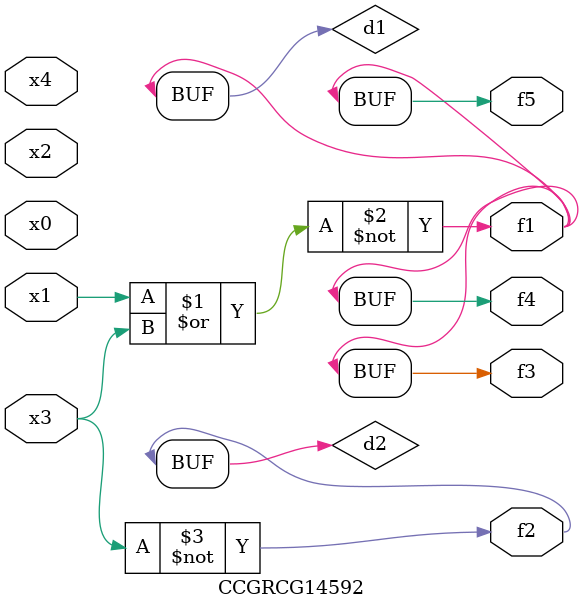
<source format=v>
module CCGRCG14592(
	input x0, x1, x2, x3, x4,
	output f1, f2, f3, f4, f5
);

	wire d1, d2;

	nor (d1, x1, x3);
	not (d2, x3);
	assign f1 = d1;
	assign f2 = d2;
	assign f3 = d1;
	assign f4 = d1;
	assign f5 = d1;
endmodule

</source>
